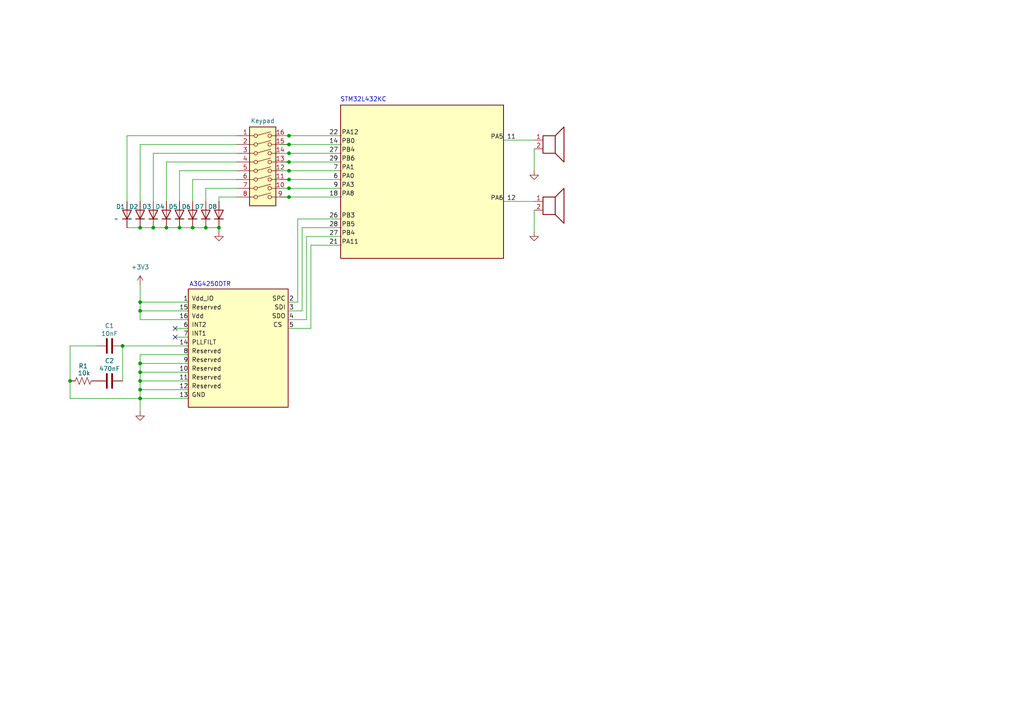
<source format=kicad_sch>
(kicad_sch (version 20231120) (generator "eeschema") (generator_version "8.0")
  (paper "A4")
  (lib_symbols
    (symbol "Device:C" (pin_numbers hide) (pin_names (offset 0.254))
      (property "Reference" "C" (at 0.635 2.54 0))
      (property "Value" "C" (at 0.635 -2.54 0))
      (symbol "C_0_1"
        (polyline (pts (xy -2.032 -0.762) (xy 2.032 -0.762)) (stroke (width 0.508)))
        (polyline (pts (xy -2.032 0.762) (xy 2.032 0.762)) (stroke (width 0.508)))
      )
      (symbol "C_1_1"
        (pin passive line (at 0 3.81 270) (length 2.794) (name "~") (number "1"))
        (pin passive line (at 0 -3.81 90) (length 2.794) (name "~") (number "2"))
      )
    )
    (symbol "Device:R_US" (pin_numbers hide) (pin_names (offset 0))
      (property "Reference" "R" (at 2.54 0 90))
      (property "Value" "R_US" (at -2.54 0 90))
      (symbol "R_US_0_1"
        (polyline (pts (xy 0 -2.286) (xy 0 -2.54)))
        (polyline (pts (xy 0 2.286) (xy 0 2.54)))
        (polyline (pts (xy 0 -0.762) (xy 1.016 -1.143) (xy 0 -1.524) (xy -1.016 -1.905) (xy 0 -2.286)))
        (polyline (pts (xy 0 0.762) (xy 1.016 0.381) (xy 0 0) (xy -1.016 -0.381) (xy 0 -0.762)))
        (polyline (pts (xy 0 2.286) (xy 1.016 1.905) (xy 0 1.524) (xy -1.016 1.143) (xy 0 0.762)))
      )
      (symbol "R_US_1_1"
        (pin passive line (at 0 3.81 270) (length 1.27) (name "~") (number "1"))
        (pin passive line (at 0 -3.81 90) (length 1.27) (name "~") (number "2"))
      )
    )
    (symbol "Device:Speaker" (pin_names (offset 0) hide)
      (property "Reference" "LS" (at 1.27 5.715 0))
      (property "Value" "Speaker" (at 1.27 3.81 0))
      (symbol "Speaker_0_0"
        (rectangle (start -2.54 1.27) (end 1.016 -3.81) (stroke (width 0.254)))
        (polyline (pts (xy 1.016 1.27) (xy 3.556 3.81) (xy 3.556 -6.35) (xy 1.016 -3.81)) (stroke (width 0.254)))
      )
      (symbol "Speaker_1_1"
        (pin input line (at -5.08 0 0) (length 2.54) (name "1") (number "1"))
        (pin input line (at -5.08 -2.54 0) (length 2.54) (name "2") (number "2"))
      )
    )
    (symbol "Diode:US2AA" (pin_numbers hide) (pin_names hide)
      (property "Reference" "D" (at 0 2.54 0))
      (property "Value" "US2AA" (at 0 -2.54 0))
      (symbol "US2AA_0_1"
        (polyline (pts (xy -1.27 1.27) (xy -1.27 -1.27)) (stroke (width 0.254)))
        (polyline (pts (xy 1.27 0) (xy -1.27 0)))
        (polyline (pts (xy 1.27 1.27) (xy 1.27 -1.27) (xy -1.27 0) (xy 1.27 1.27)) (stroke (width 0.254)))
      )
      (symbol "US2AA_1_1"
        (pin passive line (at -3.81 0 0) (length 2.54) (name "K") (number "1"))
        (pin passive line (at 3.81 0 180) (length 2.54) (name "A") (number "2"))
      )
    )
    (symbol "Switch:SW_DIP_x08" (pin_names (offset 0) hide)
      (property "Reference" "SW" (at 0 13.97 0))
      (property "Value" "SW_DIP_x08" (at 0 -11.43 0))
      (symbol "SW_DIP_x08_0_0"
        (circle (center -2.032 -7.62) (radius 0.508))
        (circle (center -2.032 -5.08) (radius 0.508))
        (circle (center -2.032 -2.54) (radius 0.508))
        (circle (center -2.032 0) (radius 0.508))
        (circle (center -2.032 2.54) (radius 0.508))
        (circle (center -2.032 5.08) (radius 0.508))
        (circle (center -2.032 7.62) (radius 0.508))
        (circle (center -2.032 10.16) (radius 0.508))
        (polyline (pts (xy -1.524 -7.4676) (xy 2.3622 -6.4262)))
        (polyline (pts (xy -1.524 -4.9276) (xy 2.3622 -3.8862)))
        (polyline (pts (xy -1.524 -2.3876) (xy 2.3622 -1.3462)))
        (polyline (pts (xy -1.524 0.127) (xy 2.3622 1.1684)))
        (polyline (pts (xy -1.524 2.667) (xy 2.3622 3.7084)))
        (polyline (pts (xy -1.524 5.207) (xy 2.3622 6.2484)))
        (polyline (pts (xy -1.524 7.747) (xy 2.3622 8.7884)))
        (polyline (pts (xy -1.524 10.287) (xy 2.3622 11.3284)))
        (circle (center 2.032 -7.62) (radius 0.508))
        (circle (center 2.032 -5.08) (radius 0.508))
        (circle (center 2.032 -2.54) (radius 0.508))
        (circle (center 2.032 0) (radius 0.508))
        (circle (center 2.032 2.54) (radius 0.508))
        (circle (center 2.032 5.08) (radius 0.508))
        (circle (center 2.032 7.62) (radius 0.508))
        (circle (center 2.032 10.16) (radius 0.508))
      )
      (symbol "SW_DIP_x08_0_1"
        (rectangle (start -3.81 12.7) (end 3.81 -10.16) (stroke (width 0.254)) (fill (type background)))
      )
      (symbol "SW_DIP_x08_1_1"
        (pin passive line (at -7.62 10.16 0) (length 5.08) (name "~") (number "1"))
        (pin passive line (at 7.62 -5.08 180) (length 5.08) (name "~") (number "10"))
        (pin passive line (at 7.62 -2.54 180) (length 5.08) (name "~") (number "11"))
        (pin passive line (at 7.62 0 180) (length 5.08) (name "~") (number "12"))
        (pin passive line (at 7.62 2.54 180) (length 5.08) (name "~") (number "13"))
        (pin passive line (at 7.62 5.08 180) (length 5.08) (name "~") (number "14"))
        (pin passive line (at 7.62 7.62 180) (length 5.08) (name "~") (number "15"))
        (pin passive line (at 7.62 10.16 180) (length 5.08) (name "~") (number "16"))
        (pin passive line (at -7.62 7.62 0) (length 5.08) (name "~") (number "2"))
        (pin passive line (at -7.62 5.08 0) (length 5.08) (name "~") (number "3"))
        (pin passive line (at -7.62 2.54 0) (length 5.08) (name "~") (number "4"))
        (pin passive line (at -7.62 0 0) (length 5.08) (name "~") (number "5"))
        (pin passive line (at -7.62 -2.54 0) (length 5.08) (name "~") (number "6"))
        (pin passive line (at -7.62 -5.08 0) (length 5.08) (name "~") (number "7"))
        (pin passive line (at -7.62 -7.62 0) (length 5.08) (name "~") (number "8"))
        (pin passive line (at 7.62 -7.62 180) (length 5.08) (name "~") (number "9"))
      )
    )
    (symbol "power:+3V3" (power) (pin_numbers hide) (pin_names (offset 0) hide)
      (property "Value" "+3V3" (at 0 3.556 0))
      (symbol "+3V3_0_1"
        (polyline (pts (xy -0.762 1.27) (xy 0 2.54)))
        (polyline (pts (xy 0 0) (xy 0 2.54)))
        (polyline (pts (xy 0 2.54) (xy 0.762 1.27)))
      )
      (symbol "+3V3_1_1"
        (pin power_in line (at 0 0 90) (length 0) (name "~") (number "1"))
      )
    )
    (symbol "power:GND" (power) (pin_numbers hide) (pin_names (offset 0) hide)
      (property "Value" "GND" (at 0 -3.81 0))
      (symbol "GND_0_1"
        (polyline (pts (xy 0 0) (xy 0 -1.27) (xy 1.27 -1.27) (xy 0 -2.54) (xy -1.27 -1.27) (xy 0 -1.27)))
      )
      (symbol "GND_1_1"
        (pin power_in line (at 0 0 270) (length 0) (name "~") (number "1"))
      )
    )
  )
  (junction (at 40.64 66.04))
  (junction (at 40.64 115.57))
  (junction (at 40.64 105.41))
  (junction (at 52.07 66.04))
  (junction (at 83.82 39.37))
  (junction (at 59.69 66.04))
  (junction (at 55.88 66.04))
  (junction (at 40.64 87.63))
  (junction (at 35.56 100.33))
  (junction (at 40.64 110.49))
  (junction (at 83.82 46.99))
  (junction (at 83.82 57.15))
  (junction (at 63.5 66.04))
  (junction (at 83.82 44.45))
  (junction (at 44.45 66.04))
  (junction (at 48.26 66.04))
  (junction (at 40.64 113.03))
  (junction (at 83.82 54.61))
  (junction (at 83.82 49.53))
  (junction (at 40.64 107.95))
  (junction (at 20.32 110.49))
  (junction (at 83.82 41.91))
  (junction (at 40.64 90.17))
  (junction (at 83.82 52.07))
  (no_connect (at 50.8 95.25))
  (no_connect (at 50.8 97.79))
  (wire (pts (xy 40.64 82.55) (xy 40.64 87.63)))
  (wire (pts (xy 83.82 92.71) (xy 88.9 92.71)))
  (wire (pts (xy 54.61 107.95) (xy 40.64 107.95)))
  (wire (pts (xy 40.64 110.49) (xy 40.64 113.03)))
  (wire (pts (xy 83.82 90.17) (xy 87.63 90.17)))
  (wire (pts (xy 40.64 115.57) (xy 40.64 119.38)))
  (wire (pts (xy 83.82 44.45) (xy 99.06 44.45)))
  (wire (pts (xy 20.32 110.49) (xy 20.32 100.33)))
  (wire (pts (xy 81.28 39.37) (xy 83.82 39.37)))
  (wire (pts (xy 20.32 100.33) (xy 27.94 100.33)))
  (wire (pts (xy 86.36 87.63) (xy 86.36 63.5)))
  (wire (pts (xy 83.82 95.25) (xy 90.17 95.25)))
  (wire (pts (xy 40.64 41.91) (xy 40.64 58.42)))
  (wire (pts (xy 54.61 90.17) (xy 40.64 90.17)))
  (wire (pts (xy 88.9 68.58) (xy 99.06 68.58)))
  (wire (pts (xy 63.5 67.31) (xy 63.5 66.04)) (stroke (width 0) (color 0 72 0 1)))
  (wire (pts (xy 36.83 39.37) (xy 36.83 58.42)))
  (wire (pts (xy 154.94 60.96) (xy 154.94 67.31)))
  (wire (pts (xy 40.64 107.95) (xy 40.64 110.49)))
  (wire (pts (xy 54.61 87.63) (xy 40.64 87.63)))
  (wire (pts (xy 146.05 58.42) (xy 154.94 58.42)))
  (wire (pts (xy 68.58 46.99) (xy 48.26 46.99)))
  (wire (pts (xy 40.64 87.63) (xy 40.64 90.17)))
  (wire (pts (xy 81.28 57.15) (xy 83.82 57.15)))
  (wire (pts (xy 87.63 66.04) (xy 99.06 66.04)))
  (wire (pts (xy 81.28 52.07) (xy 83.82 52.07)))
  (wire (pts (xy 54.61 95.25) (xy 50.8 95.25)))
  (wire (pts (xy 83.82 49.53) (xy 99.06 49.53)))
  (wire (pts (xy 83.82 54.61) (xy 99.06 54.61)))
  (wire (pts (xy 54.61 115.57) (xy 40.64 115.57)))
  (wire (pts (xy 81.28 44.45) (xy 83.82 44.45)))
  (wire (pts (xy 68.58 41.91) (xy 40.64 41.91)))
  (wire (pts (xy 55.88 66.04) (xy 52.07 66.04)))
  (wire (pts (xy 90.17 71.12) (xy 99.06 71.12)))
  (wire (pts (xy 44.45 44.45) (xy 44.45 58.42)))
  (wire (pts (xy 90.17 95.25) (xy 90.17 71.12)))
  (wire (pts (xy 54.61 92.71) (xy 40.64 92.71)))
  (wire (pts (xy 81.28 54.61) (xy 83.82 54.61)))
  (wire (pts (xy 54.61 110.49) (xy 40.64 110.49)))
  (wire (pts (xy 83.82 87.63) (xy 86.36 87.63)))
  (wire (pts (xy 44.45 66.04) (xy 40.64 66.04)))
  (wire (pts (xy 40.64 66.04) (xy 36.83 66.04)))
  (wire (pts (xy 54.61 97.79) (xy 50.8 97.79)))
  (wire (pts (xy 83.82 39.37) (xy 99.06 39.37)))
  (wire (pts (xy 68.58 57.15) (xy 63.5 57.15)))
  (wire (pts (xy 68.58 52.07) (xy 55.88 52.07)))
  (wire (pts (xy 55.88 52.07) (xy 55.88 58.42)))
  (wire (pts (xy 83.82 41.91) (xy 99.06 41.91)))
  (wire (pts (xy 63.5 57.15) (xy 63.5 58.42)))
  (wire (pts (xy 40.64 113.03) (xy 40.64 115.57)))
  (wire (pts (xy 83.82 46.99) (xy 99.06 46.99)))
  (wire (pts (xy 54.61 105.41) (xy 40.64 105.41)))
  (wire (pts (xy 86.36 63.5) (xy 99.06 63.5)))
  (wire (pts (xy 54.61 113.03) (xy 40.64 113.03)))
  (wire (pts (xy 59.69 66.04) (xy 55.88 66.04)))
  (wire (pts (xy 81.28 49.53) (xy 83.82 49.53)))
  (wire (pts (xy 35.56 100.33) (xy 54.61 100.33)))
  (wire (pts (xy 20.32 115.57) (xy 40.64 115.57)))
  (wire (pts (xy 20.32 110.49) (xy 20.32 115.57)))
  (wire (pts (xy 81.28 41.91) (xy 83.82 41.91)))
  (wire (pts (xy 68.58 49.53) (xy 52.07 49.53)))
  (wire (pts (xy 54.61 102.87) (xy 40.64 102.87)))
  (wire (pts (xy 68.58 44.45) (xy 44.45 44.45)))
  (wire (pts (xy 81.28 46.99) (xy 83.82 46.99)))
  (wire (pts (xy 83.82 57.15) (xy 99.06 57.15)))
  (wire (pts (xy 40.64 102.87) (xy 40.64 105.41)))
  (wire (pts (xy 48.26 66.04) (xy 44.45 66.04)))
  (wire (pts (xy 40.64 105.41) (xy 40.64 107.95)))
  (wire (pts (xy 52.07 66.04) (xy 48.26 66.04)))
  (wire (pts (xy 146.05 40.64) (xy 154.94 40.64)))
  (wire (pts (xy 68.58 54.61) (xy 59.69 54.61)))
  (wire (pts (xy 35.56 100.33) (xy 35.56 110.49)))
  (wire (pts (xy 48.26 46.99) (xy 48.26 58.42)))
  (wire (pts (xy 59.69 54.61) (xy 59.69 58.42)))
  (wire (pts (xy 52.07 49.53) (xy 52.07 58.42)))
  (wire (pts (xy 88.9 92.71) (xy 88.9 68.58)))
  (wire (pts (xy 83.82 52.07) (xy 99.06 52.07)))
  (wire (pts (xy 63.5 66.04) (xy 59.69 66.04)))
  (wire (pts (xy 40.64 90.17) (xy 40.64 92.71)))
  (wire (pts (xy 87.63 90.17) (xy 87.63 66.04)))
  (wire (pts (xy 68.58 39.37) (xy 36.83 39.37)))
  (wire (pts (xy 154.94 43.18) (xy 154.94 49.53)))
  (rectangle (start 54.61 83.82) (end 83.566 118.11) (stroke (width 0.254) (color 132 0 0 1)) (fill (type color) (color 255 255 194 1)))
  (rectangle (start 98.806 30.48) (end 146.05 74.93) (stroke (width 0.254) (color 132 0 0 1)) (fill (type color) (color 255 255 194 1)))
  (text "A3G4250DTR" (at 60.96 82.55 0) (effects (font (size 1.27 1.27))))
  (text "STM32L432KC" (at 105.41 28.956 0) (effects (font (size 1.27 1.27))))
  (label "27 " (at 99.06 44.45 180))
  (label "PA8" (at 99.06 57.15 0))
  (label "6" (at 54.61 95.25 180))
  (label " PLLFILT" (at 54.61 100.33 0))
  (label " 11" (at 146.05 40.64 0))
  (label "21 " (at 99.06 71.12 180))
  (label "PB0" (at 99.06 41.91 0))
  (label " GND" (at 54.61 115.57 0))
  (label "18 " (at 99.06 57.15 180))
  (label "PA5" (at 146.05 40.64 180))
  (label "12" (at 54.61 113.03 180))
  (label "5" (at 83.82 95.25 0))
  (label "PA12" (at 99.06 39.37 0))
  (label "9 " (at 99.06 54.61 180))
  (label " Vdd_IO" (at 54.61 87.63 0))
  (label "16" (at 54.61 92.71 180))
  (label "SPC " (at 83.82 87.63 180))
  (label "PA6" (at 146.05 58.42 180))
  (label "PA11" (at 99.06 71.12 0))
  (label " INT2" (at 54.61 95.25 0))
  (label "11" (at 54.61 110.49 180))
  (label "14 " (at 99.06 41.91 180))
  (label " 12" (at 146.05 58.42 0))
  (label " Reserved" (at 54.61 107.95 0))
  (label "7 " (at 99.06 49.53 180))
  (label "PA0" (at 99.06 52.07 0))
  (label "PA3" (at 99.06 54.61 0))
  (label " Reserved" (at 54.61 105.41 0))
  (label "4" (at 83.82 92.71 0))
  (label "SDO " (at 83.82 92.71 180))
  (label "8" (at 54.61 102.87 180))
  (label "1" (at 54.61 87.63 180))
  (label "6 " (at 99.06 52.07 180))
  (label "13" (at 54.61 115.57 180))
  (label "9" (at 54.61 105.41 180))
  (label "7" (at 54.61 97.79 180))
  (label "15" (at 54.61 90.17 180))
  (label "3" (at 83.82 90.17 0))
  (label " Reserved" (at 54.61 102.87 0))
  (label "22 " (at 99.06 39.37 180))
  (label " INT1" (at 54.61 97.79 0))
  (label "14" (at 54.61 100.33 180))
  (label " Vdd" (at 54.61 92.71 0))
  (label "PB6" (at 99.06 46.99 0))
  (label "CS  " (at 83.82 95.25 180))
  (label "PB4" (at 99.06 68.58 0))
  (label "PB4" (at 99.06 44.45 0))
  (label "2" (at 83.82 87.63 0))
  (label "10" (at 54.61 107.95 180))
  (label " Reserved" (at 54.61 110.49 0))
  (label "29 " (at 99.06 46.99 180))
  (label "28 " (at 99.06 66.04 180))
  (label "26 " (at 99.06 63.5 180))
  (label " Reserved" (at 54.61 113.03 0))
  (label "27 " (at 99.06 68.58 180))
  (label " Reserved" (at 54.61 90.17 0))
  (label "PA1" (at 99.06 49.53 0))
  (label "PB5" (at 99.06 66.04 0))
  (label "PB3" (at 99.06 63.5 0))
  (label "SDI " (at 83.82 90.17 180))
  (symbol (lib_id "Diode:US2AA") (at 52.07 62.23 90) (unit 1)
    (property "Reference" "D5" (at 51.562 59.944 90) (effects (justify left)))
    (property "Value" "~" (at 49.53 63.5 90) (effects (justify left)))
    (property "Footprint" "Diode_SMD:D_SMA" (effects (hide yes)))
    (property "Datasheet" "https://www.onsemi.com/pub/Collateral/US2AA-D.PDF" (effects (hide yes)))
    (property "Description" "50V, 1.5A, General Purpose Rectifier Diode, SMA(DO-214AC)" (effects (hide yes)))
    (property "Sim.Device" "D" (effects (hide yes)))
    (property "Sim.Pins" "1=K 2=A" (effects (hide yes)))
  )
  (symbol (lib_id "Device:C") (at 31.75 100.33 270) (unit 1)
    (property "Reference" "C1" (at 31.75 94.488 90))
    (property "Value" "10nF" (at 31.75 96.774 90))
    (property "Description" "Unpolarized capacitor" (effects (hide yes)))
  )
  (symbol (lib_id "Device:Speaker") (at 160.02 58.42 0) (unit 1)
    (property "Reference" "LS2" (effects (hide yes)))
    (property "Value" "Speaker" (effects (hide yes)))
    (property "Description" "Speaker" (effects (hide yes)))
  )
  (symbol (lib_id "Device:R_US") (at 24.13 110.49 270) (unit 1)
    (property "Reference" "R1" (at 24.13 106.172 90))
    (property "Value" "10k" (at 24.384 108.204 90))
    (property "Description" "Resistor, US symbol" (effects (hide yes)))
  )
  (symbol (lib_id "power:GND") (at 154.94 49.53 0) (mirror y) (unit 1)
    (property "Reference" "#PWR01" (effects (hide yes)))
    (property "Value" "GND" (effects (hide yes)))
    (property "Description" "Power symbol creates a global label with name \"GND\" , ground" (effects (hide yes)))
  )
  (symbol (lib_id "power:GND") (at 40.64 119.38 0) (mirror y) (unit 1)
    (property "Reference" "#PWR03" (effects (hide yes)))
    (property "Value" "GND" (effects (hide yes)))
    (property "Description" "Power symbol creates a global label with name \"GND\" , ground" (effects (hide yes)))
  )
  (symbol (lib_id "Diode:US2AA") (at 55.88 62.23 90) (unit 1)
    (property "Reference" "D6" (at 55.372 59.944 90) (effects (justify left)))
    (property "Value" "~" (at 53.34 63.5 90) (effects (justify left)))
    (property "Footprint" "Diode_SMD:D_SMA" (effects (hide yes)))
    (property "Datasheet" "https://www.onsemi.com/pub/Collateral/US2AA-D.PDF" (effects (hide yes)))
    (property "Description" "50V, 1.5A, General Purpose Rectifier Diode, SMA(DO-214AC)" (effects (hide yes)))
    (property "Sim.Device" "D" (effects (hide yes)))
    (property "Sim.Pins" "1=K 2=A" (effects (hide yes)))
  )
  (symbol (lib_id "Switch:SW_DIP_x08") (at 76.2 49.53 0) (unit 1)
    (property "Reference" "Keypad" (at 76.2 35.052 0))
    (property "Value" "SW_DIP_x08" (effects (hide yes)))
    (property "Description" "8x DIP Switch, Single Pole Single Throw (SPST) switch, small symbol" (effects (hide yes)))
  )
  (symbol (lib_id "Diode:US2AA") (at 63.5 62.23 90) (unit 1)
    (property "Reference" "D8" (at 62.992 59.944 90) (effects (justify left)))
    (property "Value" "~" (at 60.96 63.5 90) (effects (justify left)))
    (property "Footprint" "Diode_SMD:D_SMA" (effects (hide yes)))
    (property "Datasheet" "https://www.onsemi.com/pub/Collateral/US2AA-D.PDF" (effects (hide yes)))
    (property "Description" "50V, 1.5A, General Purpose Rectifier Diode, SMA(DO-214AC)" (effects (hide yes)))
    (property "Sim.Device" "D" (effects (hide yes)))
    (property "Sim.Pins" "1=K 2=A" (effects (hide yes)))
  )
  (symbol (lib_id "Diode:US2AA") (at 40.64 62.23 90) (unit 1)
    (property "Reference" "D2" (at 40.132 59.944 90) (effects (justify left)))
    (property "Value" "~" (at 38.1 63.5 90) (effects (justify left)))
    (property "Footprint" "Diode_SMD:D_SMA" (effects (hide yes)))
    (property "Datasheet" "https://www.onsemi.com/pub/Collateral/US2AA-D.PDF" (effects (hide yes)))
    (property "Description" "50V, 1.5A, General Purpose Rectifier Diode, SMA(DO-214AC)" (effects (hide yes)))
    (property "Sim.Device" "D" (effects (hide yes)))
    (property "Sim.Pins" "1=K 2=A" (effects (hide yes)))
  )
  (symbol (lib_id "Device:C") (at 31.75 110.49 270) (unit 1)
    (property "Reference" "C2" (at 31.75 104.648 90))
    (property "Value" "470nF" (at 31.75 106.934 90))
    (property "Description" "Unpolarized capacitor" (effects (hide yes)))
  )
  (symbol (lib_id "Device:Speaker") (at 160.02 40.64 0) (unit 1)
    (property "Reference" "LS1" (effects (hide yes)))
    (property "Value" "Speaker" (effects (hide yes)))
    (property "Description" "Speaker" (effects (hide yes)))
  )
  (symbol (lib_id "power:GND") (at 63.5 67.31 0) (mirror y) (unit 1)
    (property "Reference" "#PWR02" (effects (hide yes)))
    (property "Value" "GND" (effects (hide yes)))
    (property "Description" "Power symbol creates a global label with name \"GND\" , ground" (effects (hide yes)))
  )
  (symbol (lib_id "Diode:US2AA") (at 59.69 62.23 90) (unit 1)
    (property "Reference" "D7" (at 59.182 59.944 90) (effects (justify left)))
    (property "Value" "~" (at 57.15 63.5 90) (effects (justify left)))
    (property "Footprint" "Diode_SMD:D_SMA" (effects (hide yes)))
    (property "Datasheet" "https://www.onsemi.com/pub/Collateral/US2AA-D.PDF" (effects (hide yes)))
    (property "Description" "50V, 1.5A, General Purpose Rectifier Diode, SMA(DO-214AC)" (effects (hide yes)))
    (property "Sim.Device" "D" (effects (hide yes)))
    (property "Sim.Pins" "1=K 2=A" (effects (hide yes)))
  )
  (symbol (lib_id "Diode:US2AA") (at 36.83 62.23 90) (unit 1)
    (property "Reference" "D1" (at 36.322 59.944 90) (effects (justify left)))
    (property "Value" "~" (at 34.29 63.5 90) (effects (justify left)))
    (property "Footprint" "Diode_SMD:D_SMA" (effects (hide yes)))
    (property "Datasheet" "https://www.onsemi.com/pub/Collateral/US2AA-D.PDF" (effects (hide yes)))
    (property "Description" "50V, 1.5A, General Purpose Rectifier Diode, SMA(DO-214AC)" (effects (hide yes)))
    (property "Sim.Device" "D" (effects (hide yes)))
    (property "Sim.Pins" "1=K 2=A" (effects (hide yes)))
  )
  (symbol (lib_id "Diode:US2AA") (at 44.45 62.23 90) (unit 1)
    (property "Reference" "D3" (at 43.942 59.944 90) (effects (justify left)))
    (property "Value" "~" (at 41.91 63.5 90) (effects (justify left)))
    (property "Footprint" "Diode_SMD:D_SMA" (effects (hide yes)))
    (property "Datasheet" "https://www.onsemi.com/pub/Collateral/US2AA-D.PDF" (effects (hide yes)))
    (property "Description" "50V, 1.5A, General Purpose Rectifier Diode, SMA(DO-214AC)" (effects (hide yes)))
    (property "Sim.Device" "D" (effects (hide yes)))
    (property "Sim.Pins" "1=K 2=A" (effects (hide yes)))
  )
  (symbol (lib_id "Diode:US2AA") (at 48.26 62.23 90) (unit 1)
    (property "Reference" "D4" (at 47.752 59.944 90) (effects (justify left)))
    (property "Value" "~" (at 45.72 63.5 90) (effects (justify left)))
    (property "Footprint" "Diode_SMD:D_SMA" (effects (hide yes)))
    (property "Datasheet" "https://www.onsemi.com/pub/Collateral/US2AA-D.PDF" (effects (hide yes)))
    (property "Description" "50V, 1.5A, General Purpose Rectifier Diode, SMA(DO-214AC)" (effects (hide yes)))
    (property "Sim.Device" "D" (effects (hide yes)))
    (property "Sim.Pins" "1=K 2=A" (effects (hide yes)))
  )
  (symbol (lib_id "power:+3V3") (at 40.64 82.55 0) (unit 1)
    (property "Reference" "#PWR04" (effects (hide yes)))
    (property "Value" "+3V3" (at 40.64 77.47 0))
    (property "Description" "Power symbol creates a global label with name \"+3V3\"" (effects (hide yes)))
  )
  (symbol (lib_id "power:GND") (at 154.94 67.31 0) (mirror y) (unit 1)
    (property "Reference" "#PWR05" (effects (hide yes)))
    (property "Value" "GND" (effects (hide yes)))
    (property "Description" "Power symbol creates a global label with name \"GND\" , ground" (effects (hide yes)))
  )
)
</source>
